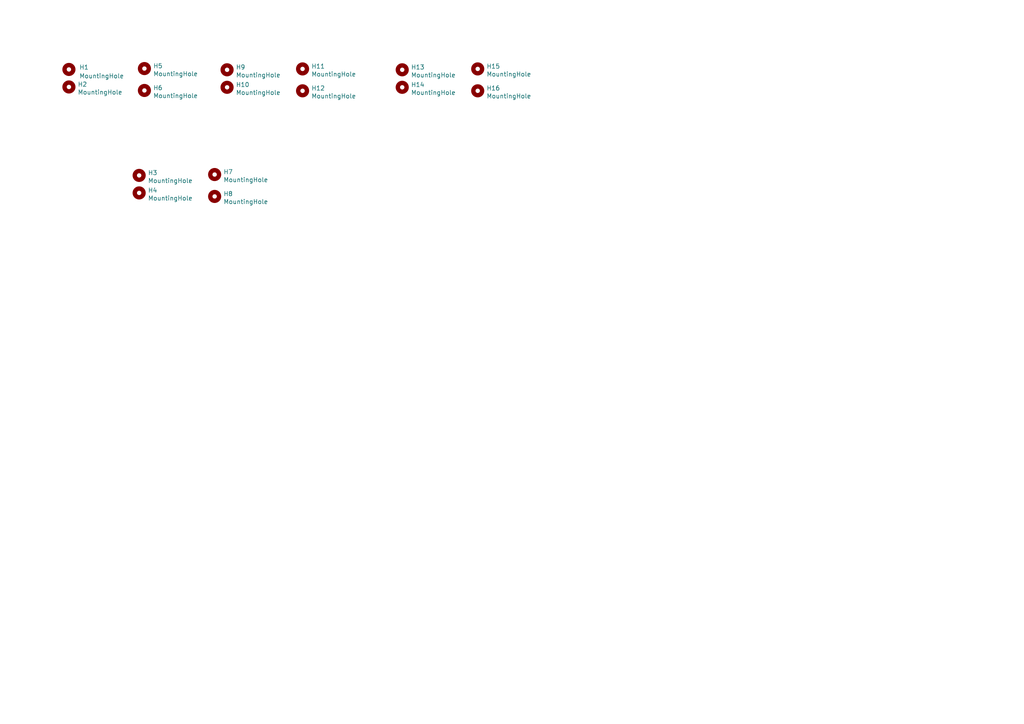
<source format=kicad_sch>
(kicad_sch (version 20230121) (generator eeschema)
  (paper "A4")
  (lib_symbols
    (symbol "Mechanical:MountingHole" (pin_names (offset 1.016))
      (property "Reference" "H" (at 0 5.08 0))
      (property "Value" "MountingHole" (at 0 3.175 0))
      (symbol "MountingHole_0_1"
        (circle (center 0 0) (radius 1.27) (stroke (width 1.27)))
      )
    )
  )
  (symbol (lib_id "Mechanical:MountingHole") (at 62.2554 50.6222 0) (unit 1)
    (property "Reference" "H7" (at 64.7955 49.8613 0) (effects (justify left)))
    (property "Value" "MountingHole" (at 64.7955 52.16 0) (effects (justify left)))
    (property "Footprint" "footprint:M2_Hole" (effects hide))
  )
  (symbol (lib_id "Mechanical:MountingHole") (at 116.6622 25.3238 0) (unit 1)
    (property "Reference" "H14" (at 119.2023 24.5629 0) (effects (justify left)))
    (property "Value" "MountingHole" (at 119.2023 26.8616 0) (effects (justify left)))
    (property "Footprint" "footprint:M2_Hole" (effects hide))
  )
  (symbol (lib_id "Mechanical:MountingHole") (at 40.3606 50.8762 0) (unit 1)
    (property "Reference" "H3" (at 42.9007 50.1153 0) (effects (justify left)))
    (property "Value" "MountingHole" (at 42.9007 52.414 0) (effects (justify left)))
    (property "Footprint" "footprint:M2_Hole" (effects hide))
  )
  (symbol (lib_id "Mechanical:MountingHole") (at 138.557 26.3398 0) (unit 1)
    (property "Reference" "H16" (at 141.0971 25.5789 0) (effects (justify left)))
    (property "Value" "MountingHole" (at 141.0971 27.8776 0) (effects (justify left)))
    (property "Footprint" "footprint:M2_Hole" (effects hide))
  )
  (symbol (lib_id "Mechanical:MountingHole") (at 41.8846 26.2382 0) (unit 1)
    (property "Reference" "H6" (at 44.4247 25.4773 0) (effects (justify left)))
    (property "Value" "MountingHole" (at 44.4247 27.776 0) (effects (justify left)))
    (property "Footprint" "footprint:M2_Hole" (effects hide))
  )
  (symbol (lib_id "Mechanical:MountingHole") (at 62.2554 56.9722 0) (unit 1)
    (property "Reference" "H8" (at 64.7955 56.2113 0) (effects (justify left)))
    (property "Value" "MountingHole" (at 64.7955 58.51 0) (effects (justify left)))
    (property "Footprint" "footprint:M2_Hole" (effects hide))
  )
  (symbol (lib_id "Mechanical:MountingHole") (at 116.6622 20.2438 0) (unit 1)
    (property "Reference" "H13" (at 119.2023 19.4829 0) (effects (justify left)))
    (property "Value" "MountingHole" (at 119.2023 21.7816 0) (effects (justify left)))
    (property "Footprint" "footprint:M2_Hole" (effects hide))
  )
  (symbol (lib_id "Mechanical:MountingHole") (at 65.8622 20.2438 0) (unit 1)
    (property "Reference" "H9" (at 68.4023 19.4829 0) (effects (justify left)))
    (property "Value" "MountingHole" (at 68.4023 21.7816 0) (effects (justify left)))
    (property "Footprint" "footprint:M2_Hole" (effects hide))
  )
  (symbol (lib_id "Mechanical:MountingHole") (at 41.8846 19.8882 0) (unit 1)
    (property "Reference" "H5" (at 44.4247 19.1273 0) (effects (justify left)))
    (property "Value" "MountingHole" (at 44.4247 21.426 0) (effects (justify left)))
    (property "Footprint" "footprint:M2_Hole" (effects hide))
  )
  (symbol (lib_id "Mechanical:MountingHole") (at 87.757 19.9898 0) (unit 1)
    (property "Reference" "H11" (at 90.2971 19.2289 0) (effects (justify left)))
    (property "Value" "MountingHole" (at 90.2971 21.5276 0) (effects (justify left)))
    (property "Footprint" "footprint:M2_Hole" (effects hide))
  )
  (symbol (lib_id "Mechanical:MountingHole") (at 65.8622 25.3238 0) (unit 1)
    (property "Reference" "H10" (at 68.4023 24.5629 0) (effects (justify left)))
    (property "Value" "MountingHole" (at 68.4023 26.8616 0) (effects (justify left)))
    (property "Footprint" "footprint:M2_Hole" (effects hide))
  )
  (symbol (lib_id "Mechanical:MountingHole") (at 87.757 26.3398 0) (unit 1)
    (property "Reference" "H12" (at 90.2971 25.5789 0) (effects (justify left)))
    (property "Value" "MountingHole" (at 90.2971 27.8776 0) (effects (justify left)))
    (property "Footprint" "footprint:M2_Hole" (effects hide))
  )
  (symbol (lib_id "Mechanical:MountingHole") (at 19.9898 25.2222 0) (unit 1)
    (property "Reference" "H2" (at 22.5299 24.4613 0) (effects (justify left)))
    (property "Value" "MountingHole" (at 22.5299 26.76 0) (effects (justify left)))
    (property "Footprint" "footprint:M2_Hole" (effects hide))
  )
  (symbol (lib_id "Mechanical:MountingHole") (at 40.3606 55.9562 0) (unit 1)
    (property "Reference" "H4" (at 42.9007 55.1953 0) (effects (justify left)))
    (property "Value" "MountingHole" (at 42.9007 57.494 0) (effects (justify left)))
    (property "Footprint" "footprint:M2_Hole" (effects hide))
  )
  (symbol (lib_id "Mechanical:MountingHole") (at 138.557 19.9898 0) (unit 1)
    (property "Reference" "H15" (at 141.0971 19.2289 0) (effects (justify left)))
    (property "Value" "MountingHole" (at 141.0971 21.5276 0) (effects (justify left)))
    (property "Footprint" "footprint:M2_Hole" (effects hide))
  )
  (symbol (lib_id "Mechanical:MountingHole") (at 19.9898 20.1422 0) (unit 1)
    (property "Reference" "H1" (at 22.987 19.5072 0) (effects (justify left)))
    (property "Value" "MountingHole" (at 22.987 22.0472 0) (effects (justify left)))
    (property "Footprint" "footprint:M2_Hole" (effects hide))
  )
)
</source>
